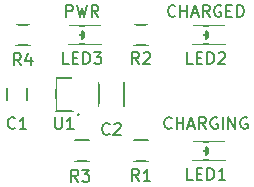
<source format=gto>
G04 #@! TF.GenerationSoftware,KiCad,Pcbnew,(2017-01-24 revision 0b6147e)-makepkg*
G04 #@! TF.CreationDate,2017-09-23T14:32:10-07:00*
G04 #@! TF.ProjectId,LIR2032Charger,4C495232303332436861726765722E6B,rev?*
G04 #@! TF.FileFunction,Legend,Top*
G04 #@! TF.FilePolarity,Positive*
%FSLAX46Y46*%
G04 Gerber Fmt 4.6, Leading zero omitted, Abs format (unit mm)*
G04 Created by KiCad (PCBNEW (2017-01-24 revision 0b6147e)-makepkg) date 09/23/17 14:32:10*
%MOMM*%
%LPD*%
G01*
G04 APERTURE LIST*
%ADD10C,0.100000*%
%ADD11C,0.150000*%
%ADD12C,3.500000*%
%ADD13R,1.650000X1.400000*%
%ADD14R,2.000000X1.400000*%
%ADD15R,8.400000X2.300000*%
%ADD16R,7.900000X2.400000*%
%ADD17R,1.598880X1.598880*%
%ADD18R,1.100000X1.700000*%
%ADD19R,1.500000X1.000000*%
G04 APERTURE END LIST*
D10*
D11*
X131095238Y-98357142D02*
X131047619Y-98404761D01*
X130904761Y-98452380D01*
X130809523Y-98452380D01*
X130666666Y-98404761D01*
X130571428Y-98309523D01*
X130523809Y-98214285D01*
X130476190Y-98023809D01*
X130476190Y-97880952D01*
X130523809Y-97690476D01*
X130571428Y-97595238D01*
X130666666Y-97500000D01*
X130809523Y-97452380D01*
X130904761Y-97452380D01*
X131047619Y-97500000D01*
X131095238Y-97547619D01*
X131523809Y-98452380D02*
X131523809Y-97452380D01*
X131523809Y-97928571D02*
X132095238Y-97928571D01*
X132095238Y-98452380D02*
X132095238Y-97452380D01*
X132523809Y-98166666D02*
X133000000Y-98166666D01*
X132428571Y-98452380D02*
X132761904Y-97452380D01*
X133095238Y-98452380D01*
X134000000Y-98452380D02*
X133666666Y-97976190D01*
X133428571Y-98452380D02*
X133428571Y-97452380D01*
X133809523Y-97452380D01*
X133904761Y-97500000D01*
X133952380Y-97547619D01*
X134000000Y-97642857D01*
X134000000Y-97785714D01*
X133952380Y-97880952D01*
X133904761Y-97928571D01*
X133809523Y-97976190D01*
X133428571Y-97976190D01*
X134952380Y-97500000D02*
X134857142Y-97452380D01*
X134714285Y-97452380D01*
X134571428Y-97500000D01*
X134476190Y-97595238D01*
X134428571Y-97690476D01*
X134380952Y-97880952D01*
X134380952Y-98023809D01*
X134428571Y-98214285D01*
X134476190Y-98309523D01*
X134571428Y-98404761D01*
X134714285Y-98452380D01*
X134809523Y-98452380D01*
X134952380Y-98404761D01*
X135000000Y-98357142D01*
X135000000Y-98023809D01*
X134809523Y-98023809D01*
X135428571Y-98452380D02*
X135428571Y-97452380D01*
X135904761Y-98452380D02*
X135904761Y-97452380D01*
X136476190Y-98452380D01*
X136476190Y-97452380D01*
X137476190Y-97500000D02*
X137380952Y-97452380D01*
X137238095Y-97452380D01*
X137095238Y-97500000D01*
X137000000Y-97595238D01*
X136952380Y-97690476D01*
X136904761Y-97880952D01*
X136904761Y-98023809D01*
X136952380Y-98214285D01*
X137000000Y-98309523D01*
X137095238Y-98404761D01*
X137238095Y-98452380D01*
X137333333Y-98452380D01*
X137476190Y-98404761D01*
X137523809Y-98357142D01*
X137523809Y-98023809D01*
X137333333Y-98023809D01*
X131404761Y-88857142D02*
X131357142Y-88904761D01*
X131214285Y-88952380D01*
X131119047Y-88952380D01*
X130976190Y-88904761D01*
X130880952Y-88809523D01*
X130833333Y-88714285D01*
X130785714Y-88523809D01*
X130785714Y-88380952D01*
X130833333Y-88190476D01*
X130880952Y-88095238D01*
X130976190Y-88000000D01*
X131119047Y-87952380D01*
X131214285Y-87952380D01*
X131357142Y-88000000D01*
X131404761Y-88047619D01*
X131833333Y-88952380D02*
X131833333Y-87952380D01*
X131833333Y-88428571D02*
X132404761Y-88428571D01*
X132404761Y-88952380D02*
X132404761Y-87952380D01*
X132833333Y-88666666D02*
X133309523Y-88666666D01*
X132738095Y-88952380D02*
X133071428Y-87952380D01*
X133404761Y-88952380D01*
X134309523Y-88952380D02*
X133976190Y-88476190D01*
X133738095Y-88952380D02*
X133738095Y-87952380D01*
X134119047Y-87952380D01*
X134214285Y-88000000D01*
X134261904Y-88047619D01*
X134309523Y-88142857D01*
X134309523Y-88285714D01*
X134261904Y-88380952D01*
X134214285Y-88428571D01*
X134119047Y-88476190D01*
X133738095Y-88476190D01*
X135261904Y-88000000D02*
X135166666Y-87952380D01*
X135023809Y-87952380D01*
X134880952Y-88000000D01*
X134785714Y-88095238D01*
X134738095Y-88190476D01*
X134690476Y-88380952D01*
X134690476Y-88523809D01*
X134738095Y-88714285D01*
X134785714Y-88809523D01*
X134880952Y-88904761D01*
X135023809Y-88952380D01*
X135119047Y-88952380D01*
X135261904Y-88904761D01*
X135309523Y-88857142D01*
X135309523Y-88523809D01*
X135119047Y-88523809D01*
X135738095Y-88428571D02*
X136071428Y-88428571D01*
X136214285Y-88952380D02*
X135738095Y-88952380D01*
X135738095Y-87952380D01*
X136214285Y-87952380D01*
X136642857Y-88952380D02*
X136642857Y-87952380D01*
X136880952Y-87952380D01*
X137023809Y-88000000D01*
X137119047Y-88095238D01*
X137166666Y-88190476D01*
X137214285Y-88380952D01*
X137214285Y-88523809D01*
X137166666Y-88714285D01*
X137119047Y-88809523D01*
X137023809Y-88904761D01*
X136880952Y-88952380D01*
X136642857Y-88952380D01*
X122166666Y-88952380D02*
X122166666Y-87952380D01*
X122547619Y-87952380D01*
X122642857Y-88000000D01*
X122690476Y-88047619D01*
X122738095Y-88142857D01*
X122738095Y-88285714D01*
X122690476Y-88380952D01*
X122642857Y-88428571D01*
X122547619Y-88476190D01*
X122166666Y-88476190D01*
X123071428Y-87952380D02*
X123309523Y-88952380D01*
X123500000Y-88238095D01*
X123690476Y-88952380D01*
X123928571Y-87952380D01*
X124880952Y-88952380D02*
X124547619Y-88476190D01*
X124309523Y-88952380D02*
X124309523Y-87952380D01*
X124690476Y-87952380D01*
X124785714Y-88000000D01*
X124833333Y-88047619D01*
X124880952Y-88142857D01*
X124880952Y-88285714D01*
X124833333Y-88380952D01*
X124785714Y-88428571D01*
X124690476Y-88476190D01*
X124309523Y-88476190D01*
X117150000Y-95000000D02*
X117150000Y-96000000D01*
X118850000Y-96000000D02*
X118850000Y-95000000D01*
X127025000Y-96500000D02*
X127025000Y-94500000D01*
X124975000Y-94500000D02*
X124975000Y-96500000D01*
X134000000Y-99950000D02*
X134350000Y-100300000D01*
X134000000Y-100650000D02*
X134000000Y-99950000D01*
X134350000Y-100300000D02*
X134000000Y-100650000D01*
X134000000Y-100300000D02*
X133650000Y-100300000D01*
X134350000Y-100650000D02*
X134350000Y-99950000D01*
X134100000Y-100400000D02*
X134250000Y-100250000D01*
X134100000Y-100150000D02*
X134100000Y-100400000D01*
X135600000Y-101050000D02*
X132900000Y-101050000D01*
X135600000Y-99550000D02*
X132900000Y-99550000D01*
X135600000Y-89750000D02*
X132900000Y-89750000D01*
X135600000Y-91250000D02*
X132900000Y-91250000D01*
X134100000Y-90350000D02*
X134100000Y-90600000D01*
X134100000Y-90600000D02*
X134250000Y-90450000D01*
X134350000Y-90850000D02*
X134350000Y-90150000D01*
X134000000Y-90500000D02*
X133650000Y-90500000D01*
X134350000Y-90500000D02*
X134000000Y-90850000D01*
X134000000Y-90850000D02*
X134000000Y-90150000D01*
X134000000Y-90150000D02*
X134350000Y-90500000D01*
X127900000Y-99425000D02*
X129100000Y-99425000D01*
X129100000Y-101175000D02*
X127900000Y-101175000D01*
X129100000Y-91375000D02*
X127900000Y-91375000D01*
X127900000Y-89625000D02*
X129100000Y-89625000D01*
X122900000Y-99425000D02*
X124100000Y-99425000D01*
X124100000Y-101175000D02*
X122900000Y-101175000D01*
X117900000Y-89625000D02*
X119100000Y-89625000D01*
X119100000Y-91375000D02*
X117900000Y-91375000D01*
X123268102Y-97250000D02*
G75*
G03X123268102Y-97250000I-78102J0D01*
G01*
X122700000Y-96900000D02*
X121300000Y-96900000D01*
X122700000Y-94100000D02*
X122700000Y-96900000D01*
X122600000Y-94100000D02*
X122700000Y-94100000D01*
X121300000Y-94100000D02*
X122600000Y-94100000D01*
X121300000Y-96900000D02*
X121300000Y-94100000D01*
X125100000Y-89750000D02*
X122400000Y-89750000D01*
X125100000Y-91250000D02*
X122400000Y-91250000D01*
X123600000Y-90350000D02*
X123600000Y-90600000D01*
X123600000Y-90600000D02*
X123750000Y-90450000D01*
X123850000Y-90850000D02*
X123850000Y-90150000D01*
X123500000Y-90500000D02*
X123150000Y-90500000D01*
X123850000Y-90500000D02*
X123500000Y-90850000D01*
X123500000Y-90850000D02*
X123500000Y-90150000D01*
X123500000Y-90150000D02*
X123850000Y-90500000D01*
X117833333Y-98357142D02*
X117785714Y-98404761D01*
X117642857Y-98452380D01*
X117547619Y-98452380D01*
X117404761Y-98404761D01*
X117309523Y-98309523D01*
X117261904Y-98214285D01*
X117214285Y-98023809D01*
X117214285Y-97880952D01*
X117261904Y-97690476D01*
X117309523Y-97595238D01*
X117404761Y-97500000D01*
X117547619Y-97452380D01*
X117642857Y-97452380D01*
X117785714Y-97500000D01*
X117833333Y-97547619D01*
X118785714Y-98452380D02*
X118214285Y-98452380D01*
X118500000Y-98452380D02*
X118500000Y-97452380D01*
X118404761Y-97595238D01*
X118309523Y-97690476D01*
X118214285Y-97738095D01*
X125833333Y-98857142D02*
X125785714Y-98904761D01*
X125642857Y-98952380D01*
X125547619Y-98952380D01*
X125404761Y-98904761D01*
X125309523Y-98809523D01*
X125261904Y-98714285D01*
X125214285Y-98523809D01*
X125214285Y-98380952D01*
X125261904Y-98190476D01*
X125309523Y-98095238D01*
X125404761Y-98000000D01*
X125547619Y-97952380D01*
X125642857Y-97952380D01*
X125785714Y-98000000D01*
X125833333Y-98047619D01*
X126214285Y-98047619D02*
X126261904Y-98000000D01*
X126357142Y-97952380D01*
X126595238Y-97952380D01*
X126690476Y-98000000D01*
X126738095Y-98047619D01*
X126785714Y-98142857D01*
X126785714Y-98238095D01*
X126738095Y-98380952D01*
X126166666Y-98952380D01*
X126785714Y-98952380D01*
X132880952Y-102752380D02*
X132404761Y-102752380D01*
X132404761Y-101752380D01*
X133214285Y-102228571D02*
X133547619Y-102228571D01*
X133690476Y-102752380D02*
X133214285Y-102752380D01*
X133214285Y-101752380D01*
X133690476Y-101752380D01*
X134119047Y-102752380D02*
X134119047Y-101752380D01*
X134357142Y-101752380D01*
X134500000Y-101800000D01*
X134595238Y-101895238D01*
X134642857Y-101990476D01*
X134690476Y-102180952D01*
X134690476Y-102323809D01*
X134642857Y-102514285D01*
X134595238Y-102609523D01*
X134500000Y-102704761D01*
X134357142Y-102752380D01*
X134119047Y-102752380D01*
X135642857Y-102752380D02*
X135071428Y-102752380D01*
X135357142Y-102752380D02*
X135357142Y-101752380D01*
X135261904Y-101895238D01*
X135166666Y-101990476D01*
X135071428Y-102038095D01*
X132880952Y-92952380D02*
X132404761Y-92952380D01*
X132404761Y-91952380D01*
X133214285Y-92428571D02*
X133547619Y-92428571D01*
X133690476Y-92952380D02*
X133214285Y-92952380D01*
X133214285Y-91952380D01*
X133690476Y-91952380D01*
X134119047Y-92952380D02*
X134119047Y-91952380D01*
X134357142Y-91952380D01*
X134500000Y-92000000D01*
X134595238Y-92095238D01*
X134642857Y-92190476D01*
X134690476Y-92380952D01*
X134690476Y-92523809D01*
X134642857Y-92714285D01*
X134595238Y-92809523D01*
X134500000Y-92904761D01*
X134357142Y-92952380D01*
X134119047Y-92952380D01*
X135071428Y-92047619D02*
X135119047Y-92000000D01*
X135214285Y-91952380D01*
X135452380Y-91952380D01*
X135547619Y-92000000D01*
X135595238Y-92047619D01*
X135642857Y-92142857D01*
X135642857Y-92238095D01*
X135595238Y-92380952D01*
X135023809Y-92952380D01*
X135642857Y-92952380D01*
X128333333Y-102852380D02*
X128000000Y-102376190D01*
X127761904Y-102852380D02*
X127761904Y-101852380D01*
X128142857Y-101852380D01*
X128238095Y-101900000D01*
X128285714Y-101947619D01*
X128333333Y-102042857D01*
X128333333Y-102185714D01*
X128285714Y-102280952D01*
X128238095Y-102328571D01*
X128142857Y-102376190D01*
X127761904Y-102376190D01*
X129285714Y-102852380D02*
X128714285Y-102852380D01*
X129000000Y-102852380D02*
X129000000Y-101852380D01*
X128904761Y-101995238D01*
X128809523Y-102090476D01*
X128714285Y-102138095D01*
X128333333Y-92952380D02*
X128000000Y-92476190D01*
X127761904Y-92952380D02*
X127761904Y-91952380D01*
X128142857Y-91952380D01*
X128238095Y-92000000D01*
X128285714Y-92047619D01*
X128333333Y-92142857D01*
X128333333Y-92285714D01*
X128285714Y-92380952D01*
X128238095Y-92428571D01*
X128142857Y-92476190D01*
X127761904Y-92476190D01*
X128714285Y-92047619D02*
X128761904Y-92000000D01*
X128857142Y-91952380D01*
X129095238Y-91952380D01*
X129190476Y-92000000D01*
X129238095Y-92047619D01*
X129285714Y-92142857D01*
X129285714Y-92238095D01*
X129238095Y-92380952D01*
X128666666Y-92952380D01*
X129285714Y-92952380D01*
X123173333Y-102912380D02*
X122840000Y-102436190D01*
X122601904Y-102912380D02*
X122601904Y-101912380D01*
X122982857Y-101912380D01*
X123078095Y-101960000D01*
X123125714Y-102007619D01*
X123173333Y-102102857D01*
X123173333Y-102245714D01*
X123125714Y-102340952D01*
X123078095Y-102388571D01*
X122982857Y-102436190D01*
X122601904Y-102436190D01*
X123506666Y-101912380D02*
X124125714Y-101912380D01*
X123792380Y-102293333D01*
X123935238Y-102293333D01*
X124030476Y-102340952D01*
X124078095Y-102388571D01*
X124125714Y-102483809D01*
X124125714Y-102721904D01*
X124078095Y-102817142D01*
X124030476Y-102864761D01*
X123935238Y-102912380D01*
X123649523Y-102912380D01*
X123554285Y-102864761D01*
X123506666Y-102817142D01*
X118333333Y-93052380D02*
X118000000Y-92576190D01*
X117761904Y-93052380D02*
X117761904Y-92052380D01*
X118142857Y-92052380D01*
X118238095Y-92100000D01*
X118285714Y-92147619D01*
X118333333Y-92242857D01*
X118333333Y-92385714D01*
X118285714Y-92480952D01*
X118238095Y-92528571D01*
X118142857Y-92576190D01*
X117761904Y-92576190D01*
X119190476Y-92385714D02*
X119190476Y-93052380D01*
X118952380Y-92004761D02*
X118714285Y-92719047D01*
X119333333Y-92719047D01*
X121238095Y-97452380D02*
X121238095Y-98261904D01*
X121285714Y-98357142D01*
X121333333Y-98404761D01*
X121428571Y-98452380D01*
X121619047Y-98452380D01*
X121714285Y-98404761D01*
X121761904Y-98357142D01*
X121809523Y-98261904D01*
X121809523Y-97452380D01*
X122809523Y-98452380D02*
X122238095Y-98452380D01*
X122523809Y-98452380D02*
X122523809Y-97452380D01*
X122428571Y-97595238D01*
X122333333Y-97690476D01*
X122238095Y-97738095D01*
X122380952Y-92952380D02*
X121904761Y-92952380D01*
X121904761Y-91952380D01*
X122714285Y-92428571D02*
X123047619Y-92428571D01*
X123190476Y-92952380D02*
X122714285Y-92952380D01*
X122714285Y-91952380D01*
X123190476Y-91952380D01*
X123619047Y-92952380D02*
X123619047Y-91952380D01*
X123857142Y-91952380D01*
X124000000Y-92000000D01*
X124095238Y-92095238D01*
X124142857Y-92190476D01*
X124190476Y-92380952D01*
X124190476Y-92523809D01*
X124142857Y-92714285D01*
X124095238Y-92809523D01*
X124000000Y-92904761D01*
X123857142Y-92952380D01*
X123619047Y-92952380D01*
X124523809Y-91952380D02*
X125142857Y-91952380D01*
X124809523Y-92333333D01*
X124952380Y-92333333D01*
X125047619Y-92380952D01*
X125095238Y-92428571D01*
X125142857Y-92523809D01*
X125142857Y-92761904D01*
X125095238Y-92857142D01*
X125047619Y-92904761D01*
X124952380Y-92952380D01*
X124666666Y-92952380D01*
X124571428Y-92904761D01*
X124523809Y-92857142D01*
%LPC*%
D12*
X126450000Y-84845000D03*
X126450000Y-105955000D03*
D13*
X118000000Y-96500000D03*
X118000000Y-94500000D03*
D14*
X126000000Y-94000000D03*
X126000000Y-97000000D03*
D15*
X109000000Y-99210000D03*
X109000000Y-91590000D03*
D16*
X109250000Y-94100000D03*
X109250000Y-96700000D03*
D17*
X135049020Y-100300000D03*
X132950980Y-100300000D03*
X132950980Y-90500000D03*
X135049020Y-90500000D03*
D18*
X129450000Y-100300000D03*
X127550000Y-100300000D03*
X127550000Y-90500000D03*
X129450000Y-90500000D03*
X124450000Y-100300000D03*
X122550000Y-100300000D03*
X119450000Y-90500000D03*
X117550000Y-90500000D03*
D19*
X123380000Y-94530000D03*
X123380000Y-95480000D03*
X123380000Y-96430000D03*
X120580000Y-96430000D03*
X120580000Y-94530000D03*
D17*
X122450980Y-90500000D03*
X124549020Y-90500000D03*
M02*

</source>
